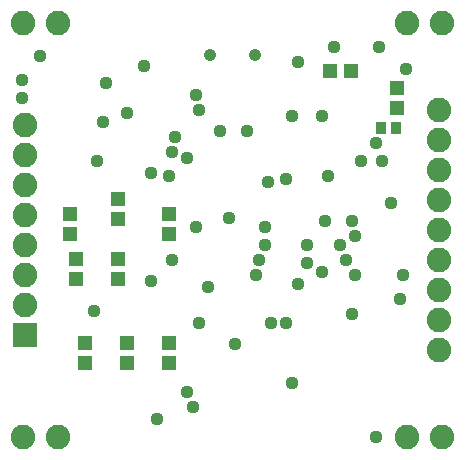
<source format=gbs>
G75*
%MOIN*%
%OFA0B0*%
%FSLAX25Y25*%
%IPPOS*%
%LPD*%
%AMOC8*
5,1,8,0,0,1.08239X$1,22.5*
%
%ADD10R,0.03556X0.04343*%
%ADD11C,0.04146*%
%ADD12C,0.08200*%
%ADD13R,0.08200X0.08200*%
%ADD14R,0.05131X0.04737*%
%ADD15R,0.04737X0.05131*%
%ADD16C,0.04400*%
D10*
X0431941Y0314500D03*
X0437059Y0314500D03*
D11*
X0389980Y0338839D03*
X0375020Y0338839D03*
D12*
X0312800Y0211500D03*
X0324200Y0211500D03*
X0313500Y0255500D03*
X0313500Y0265500D03*
X0313500Y0275500D03*
X0313500Y0285500D03*
X0313500Y0295500D03*
X0313500Y0305500D03*
X0313500Y0315500D03*
X0312800Y0349500D03*
X0324200Y0349500D03*
X0440800Y0349500D03*
X0452200Y0349500D03*
X0451500Y0320500D03*
X0451500Y0310500D03*
X0451500Y0300500D03*
X0451500Y0290500D03*
X0451500Y0280500D03*
X0451500Y0270500D03*
X0451500Y0260500D03*
X0451500Y0250500D03*
X0451500Y0240500D03*
X0452200Y0211500D03*
X0440800Y0211500D03*
D13*
X0313500Y0245500D03*
D14*
X0415154Y0333500D03*
X0421846Y0333500D03*
D15*
X0437500Y0327846D03*
X0437500Y0321154D03*
X0361500Y0285846D03*
X0361500Y0279154D03*
X0344500Y0284154D03*
X0344500Y0290846D03*
X0328500Y0285846D03*
X0328500Y0279154D03*
X0330500Y0270846D03*
X0330500Y0264154D03*
X0344500Y0264154D03*
X0344500Y0270846D03*
X0347500Y0242846D03*
X0347500Y0236154D03*
X0333500Y0236154D03*
X0333500Y0242846D03*
X0361500Y0242846D03*
X0361500Y0236154D03*
D16*
X0367500Y0226500D03*
X0369500Y0221500D03*
X0357500Y0217500D03*
X0383500Y0242500D03*
X0395500Y0249500D03*
X0400500Y0249500D03*
X0404500Y0262500D03*
X0407500Y0269500D03*
X0412500Y0266500D03*
X0420500Y0270500D03*
X0418500Y0275500D03*
X0423500Y0278500D03*
X0422500Y0283500D03*
X0413500Y0283500D03*
X0407500Y0275500D03*
X0423500Y0265500D03*
X0422500Y0252500D03*
X0438500Y0257500D03*
X0439500Y0265500D03*
X0435500Y0289500D03*
X0432500Y0303500D03*
X0430500Y0309500D03*
X0425500Y0303500D03*
X0414500Y0298500D03*
X0400500Y0297500D03*
X0394500Y0296500D03*
X0393500Y0281500D03*
X0393500Y0275500D03*
X0391500Y0270500D03*
X0390500Y0265500D03*
X0374500Y0261500D03*
X0362500Y0270500D03*
X0355500Y0263500D03*
X0371500Y0249500D03*
X0336500Y0253500D03*
X0370500Y0281500D03*
X0381500Y0284500D03*
X0361500Y0298500D03*
X0355500Y0299500D03*
X0362500Y0306500D03*
X0363500Y0311500D03*
X0367500Y0304500D03*
X0378500Y0313500D03*
X0387500Y0313500D03*
X0402500Y0318500D03*
X0412500Y0318500D03*
X0404500Y0336500D03*
X0416500Y0341500D03*
X0431500Y0341500D03*
X0440461Y0334012D03*
X0371500Y0320500D03*
X0370500Y0325500D03*
X0353000Y0335000D03*
X0340500Y0329500D03*
X0347500Y0319500D03*
X0339500Y0316500D03*
X0337500Y0303500D03*
X0312500Y0324500D03*
X0312500Y0330500D03*
X0318500Y0338500D03*
X0402500Y0229500D03*
X0430500Y0211500D03*
M02*

</source>
